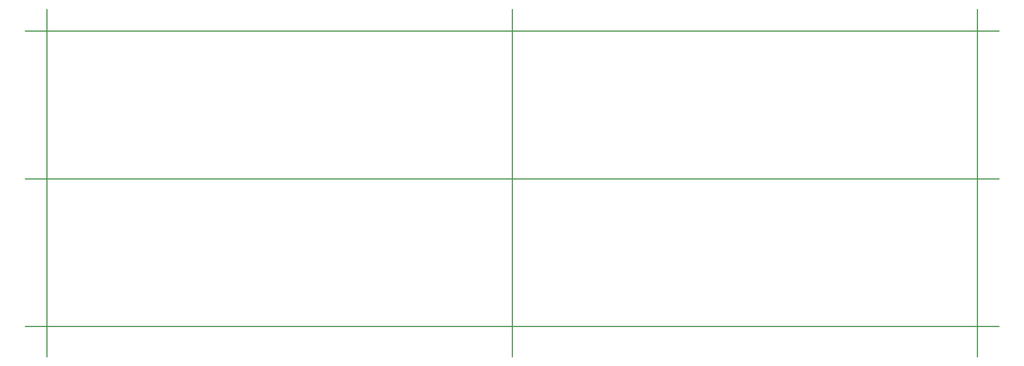
<source format=gm1>
G04*
G04 #@! TF.GenerationSoftware,Altium Limited,Altium Designer,19.1.5 (86)*
G04*
G04 Layer_Color=16711935*
%FSLAX25Y25*%
%MOIN*%
G70*
G01*
G75*
%ADD36C,0.01000*%
D36*
X842520Y-27559D02*
Y287402D01*
X0Y-27559D02*
Y287402D01*
X421260Y-27559D02*
Y287402D01*
X-19685Y133858D02*
X862205D01*
X-19685Y267717D02*
X862205D01*
X-19685Y0D02*
X862205D01*
X0Y133858D02*
X421260D01*
X0Y0D02*
Y133858D01*
X421260Y0D02*
Y133858D01*
X0Y0D02*
X421260D01*
X0Y267717D02*
X421260D01*
X0Y133858D02*
Y267717D01*
X421260Y133858D02*
Y267717D01*
X0Y133858D02*
X421260D01*
X842520D02*
X421260D01*
X842520Y267717D02*
Y133858D01*
X421260Y267717D02*
Y133858D01*
X842520Y267717D02*
X421260D01*
X842520Y0D02*
X421260D01*
X842520Y133858D02*
Y0D01*
X421260Y133858D02*
Y0D01*
X842520Y133858D02*
X421260D01*
M02*

</source>
